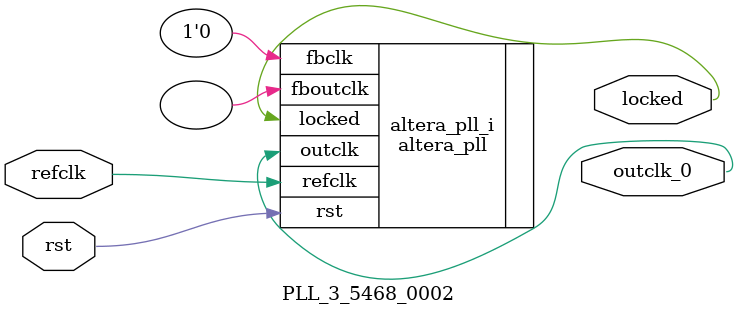
<source format=v>
`timescale 1ns/10ps
module  PLL_3_5468_0002(

	// interface 'refclk'
	input wire refclk,

	// interface 'reset'
	input wire rst,

	// interface 'outclk0'
	output wire outclk_0,

	// interface 'locked'
	output wire locked
);

	altera_pll #(
		.fractional_vco_multiplier("false"),
		.reference_clock_frequency("50.0 MHz"),
		.operation_mode("direct"),
		.number_of_clocks(1),
		.output_clock_frequency0("3.546798 MHz"),
		.phase_shift0("0 ps"),
		.duty_cycle0(50),
		.output_clock_frequency1("0 MHz"),
		.phase_shift1("0 ps"),
		.duty_cycle1(50),
		.output_clock_frequency2("0 MHz"),
		.phase_shift2("0 ps"),
		.duty_cycle2(50),
		.output_clock_frequency3("0 MHz"),
		.phase_shift3("0 ps"),
		.duty_cycle3(50),
		.output_clock_frequency4("0 MHz"),
		.phase_shift4("0 ps"),
		.duty_cycle4(50),
		.output_clock_frequency5("0 MHz"),
		.phase_shift5("0 ps"),
		.duty_cycle5(50),
		.output_clock_frequency6("0 MHz"),
		.phase_shift6("0 ps"),
		.duty_cycle6(50),
		.output_clock_frequency7("0 MHz"),
		.phase_shift7("0 ps"),
		.duty_cycle7(50),
		.output_clock_frequency8("0 MHz"),
		.phase_shift8("0 ps"),
		.duty_cycle8(50),
		.output_clock_frequency9("0 MHz"),
		.phase_shift9("0 ps"),
		.duty_cycle9(50),
		.output_clock_frequency10("0 MHz"),
		.phase_shift10("0 ps"),
		.duty_cycle10(50),
		.output_clock_frequency11("0 MHz"),
		.phase_shift11("0 ps"),
		.duty_cycle11(50),
		.output_clock_frequency12("0 MHz"),
		.phase_shift12("0 ps"),
		.duty_cycle12(50),
		.output_clock_frequency13("0 MHz"),
		.phase_shift13("0 ps"),
		.duty_cycle13(50),
		.output_clock_frequency14("0 MHz"),
		.phase_shift14("0 ps"),
		.duty_cycle14(50),
		.output_clock_frequency15("0 MHz"),
		.phase_shift15("0 ps"),
		.duty_cycle15(50),
		.output_clock_frequency16("0 MHz"),
		.phase_shift16("0 ps"),
		.duty_cycle16(50),
		.output_clock_frequency17("0 MHz"),
		.phase_shift17("0 ps"),
		.duty_cycle17(50),
		.pll_type("General"),
		.pll_subtype("General")
	) altera_pll_i (
		.rst	(rst),
		.outclk	({outclk_0}),
		.locked	(locked),
		.fboutclk	( ),
		.fbclk	(1'b0),
		.refclk	(refclk)
	);
endmodule


</source>
